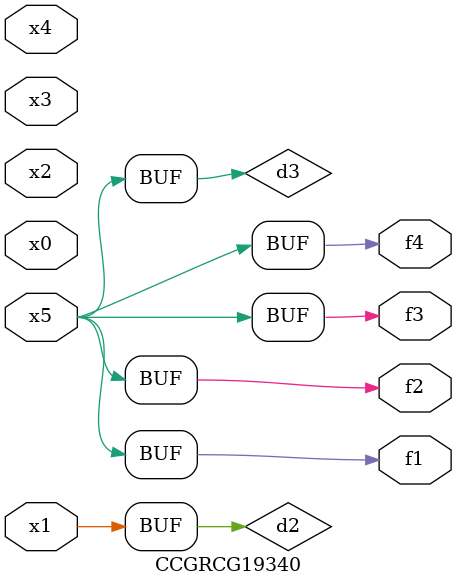
<source format=v>
module CCGRCG19340(
	input x0, x1, x2, x3, x4, x5,
	output f1, f2, f3, f4
);

	wire d1, d2, d3;

	not (d1, x5);
	or (d2, x1);
	xnor (d3, d1);
	assign f1 = d3;
	assign f2 = d3;
	assign f3 = d3;
	assign f4 = d3;
endmodule

</source>
